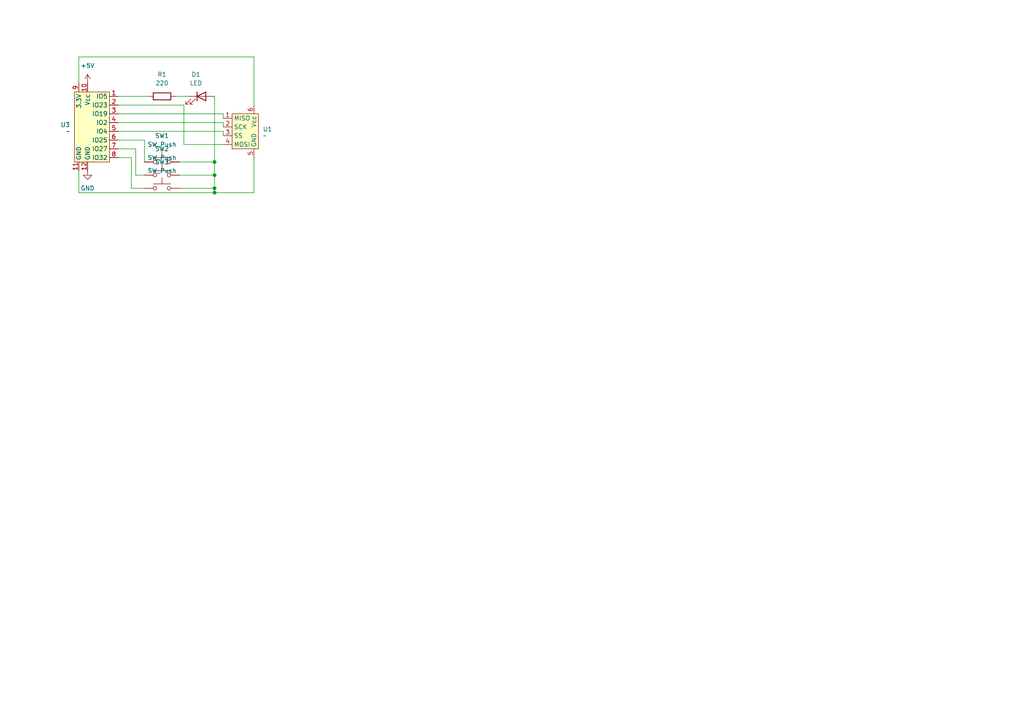
<source format=kicad_sch>
(kicad_sch
	(version 20250114)
	(generator "eeschema")
	(generator_version "9.0")
	(uuid "6bd15f3e-1bf9-46ba-98ba-12fb5f165e76")
	(paper "A4")
	(title_block
		(title "ESP32-SHIELD")
		(date "2025-06-10")
		(rev "1")
	)
	(lib_symbols
		(symbol "Device:LED"
			(pin_numbers
				(hide yes)
			)
			(pin_names
				(offset 1.016)
				(hide yes)
			)
			(exclude_from_sim no)
			(in_bom yes)
			(on_board yes)
			(property "Reference" "D"
				(at 0 2.54 0)
				(effects
					(font
						(size 1.27 1.27)
					)
				)
			)
			(property "Value" "LED"
				(at 0 -2.54 0)
				(effects
					(font
						(size 1.27 1.27)
					)
				)
			)
			(property "Footprint" ""
				(at 0 0 0)
				(effects
					(font
						(size 1.27 1.27)
					)
					(hide yes)
				)
			)
			(property "Datasheet" "~"
				(at 0 0 0)
				(effects
					(font
						(size 1.27 1.27)
					)
					(hide yes)
				)
			)
			(property "Description" "Light emitting diode"
				(at 0 0 0)
				(effects
					(font
						(size 1.27 1.27)
					)
					(hide yes)
				)
			)
			(property "Sim.Pins" "1=K 2=A"
				(at 0 0 0)
				(effects
					(font
						(size 1.27 1.27)
					)
					(hide yes)
				)
			)
			(property "ki_keywords" "LED diode"
				(at 0 0 0)
				(effects
					(font
						(size 1.27 1.27)
					)
					(hide yes)
				)
			)
			(property "ki_fp_filters" "LED* LED_SMD:* LED_THT:*"
				(at 0 0 0)
				(effects
					(font
						(size 1.27 1.27)
					)
					(hide yes)
				)
			)
			(symbol "LED_0_1"
				(polyline
					(pts
						(xy -3.048 -0.762) (xy -4.572 -2.286) (xy -3.81 -2.286) (xy -4.572 -2.286) (xy -4.572 -1.524)
					)
					(stroke
						(width 0)
						(type default)
					)
					(fill
						(type none)
					)
				)
				(polyline
					(pts
						(xy -1.778 -0.762) (xy -3.302 -2.286) (xy -2.54 -2.286) (xy -3.302 -2.286) (xy -3.302 -1.524)
					)
					(stroke
						(width 0)
						(type default)
					)
					(fill
						(type none)
					)
				)
				(polyline
					(pts
						(xy -1.27 0) (xy 1.27 0)
					)
					(stroke
						(width 0)
						(type default)
					)
					(fill
						(type none)
					)
				)
				(polyline
					(pts
						(xy -1.27 -1.27) (xy -1.27 1.27)
					)
					(stroke
						(width 0.254)
						(type default)
					)
					(fill
						(type none)
					)
				)
				(polyline
					(pts
						(xy 1.27 -1.27) (xy 1.27 1.27) (xy -1.27 0) (xy 1.27 -1.27)
					)
					(stroke
						(width 0.254)
						(type default)
					)
					(fill
						(type none)
					)
				)
			)
			(symbol "LED_1_1"
				(pin passive line
					(at -3.81 0 0)
					(length 2.54)
					(name "K"
						(effects
							(font
								(size 1.27 1.27)
							)
						)
					)
					(number "1"
						(effects
							(font
								(size 1.27 1.27)
							)
						)
					)
				)
				(pin passive line
					(at 3.81 0 180)
					(length 2.54)
					(name "A"
						(effects
							(font
								(size 1.27 1.27)
							)
						)
					)
					(number "2"
						(effects
							(font
								(size 1.27 1.27)
							)
						)
					)
				)
			)
			(embedded_fonts no)
		)
		(symbol "Device:R"
			(pin_numbers
				(hide yes)
			)
			(pin_names
				(offset 0)
			)
			(exclude_from_sim no)
			(in_bom yes)
			(on_board yes)
			(property "Reference" "R"
				(at 2.032 0 90)
				(effects
					(font
						(size 1.27 1.27)
					)
				)
			)
			(property "Value" "R"
				(at 0 0 90)
				(effects
					(font
						(size 1.27 1.27)
					)
				)
			)
			(property "Footprint" ""
				(at -1.778 0 90)
				(effects
					(font
						(size 1.27 1.27)
					)
					(hide yes)
				)
			)
			(property "Datasheet" "~"
				(at 0 0 0)
				(effects
					(font
						(size 1.27 1.27)
					)
					(hide yes)
				)
			)
			(property "Description" "Resistor"
				(at 0 0 0)
				(effects
					(font
						(size 1.27 1.27)
					)
					(hide yes)
				)
			)
			(property "ki_keywords" "R res resistor"
				(at 0 0 0)
				(effects
					(font
						(size 1.27 1.27)
					)
					(hide yes)
				)
			)
			(property "ki_fp_filters" "R_*"
				(at 0 0 0)
				(effects
					(font
						(size 1.27 1.27)
					)
					(hide yes)
				)
			)
			(symbol "R_0_1"
				(rectangle
					(start -1.016 -2.54)
					(end 1.016 2.54)
					(stroke
						(width 0.254)
						(type default)
					)
					(fill
						(type none)
					)
				)
			)
			(symbol "R_1_1"
				(pin passive line
					(at 0 3.81 270)
					(length 1.27)
					(name "~"
						(effects
							(font
								(size 1.27 1.27)
							)
						)
					)
					(number "1"
						(effects
							(font
								(size 1.27 1.27)
							)
						)
					)
				)
				(pin passive line
					(at 0 -3.81 90)
					(length 1.27)
					(name "~"
						(effects
							(font
								(size 1.27 1.27)
							)
						)
					)
					(number "2"
						(effects
							(font
								(size 1.27 1.27)
							)
						)
					)
				)
			)
			(embedded_fonts no)
		)
		(symbol "Switch:SW_Push"
			(pin_numbers
				(hide yes)
			)
			(pin_names
				(offset 1.016)
				(hide yes)
			)
			(exclude_from_sim no)
			(in_bom yes)
			(on_board yes)
			(property "Reference" "SW"
				(at 1.27 2.54 0)
				(effects
					(font
						(size 1.27 1.27)
					)
					(justify left)
				)
			)
			(property "Value" "SW_Push"
				(at 0 -1.524 0)
				(effects
					(font
						(size 1.27 1.27)
					)
				)
			)
			(property "Footprint" ""
				(at 0 5.08 0)
				(effects
					(font
						(size 1.27 1.27)
					)
					(hide yes)
				)
			)
			(property "Datasheet" "~"
				(at 0 5.08 0)
				(effects
					(font
						(size 1.27 1.27)
					)
					(hide yes)
				)
			)
			(property "Description" "Push button switch, generic, two pins"
				(at 0 0 0)
				(effects
					(font
						(size 1.27 1.27)
					)
					(hide yes)
				)
			)
			(property "ki_keywords" "switch normally-open pushbutton push-button"
				(at 0 0 0)
				(effects
					(font
						(size 1.27 1.27)
					)
					(hide yes)
				)
			)
			(symbol "SW_Push_0_1"
				(circle
					(center -2.032 0)
					(radius 0.508)
					(stroke
						(width 0)
						(type default)
					)
					(fill
						(type none)
					)
				)
				(polyline
					(pts
						(xy 0 1.27) (xy 0 3.048)
					)
					(stroke
						(width 0)
						(type default)
					)
					(fill
						(type none)
					)
				)
				(circle
					(center 2.032 0)
					(radius 0.508)
					(stroke
						(width 0)
						(type default)
					)
					(fill
						(type none)
					)
				)
				(polyline
					(pts
						(xy 2.54 1.27) (xy -2.54 1.27)
					)
					(stroke
						(width 0)
						(type default)
					)
					(fill
						(type none)
					)
				)
				(pin passive line
					(at -5.08 0 0)
					(length 2.54)
					(name "1"
						(effects
							(font
								(size 1.27 1.27)
							)
						)
					)
					(number "1"
						(effects
							(font
								(size 1.27 1.27)
							)
						)
					)
				)
				(pin passive line
					(at 5.08 0 180)
					(length 2.54)
					(name "2"
						(effects
							(font
								(size 1.27 1.27)
							)
						)
					)
					(number "2"
						(effects
							(font
								(size 1.27 1.27)
							)
						)
					)
				)
			)
			(embedded_fonts no)
		)
		(symbol "mp3_player_symbols:DFR0229"
			(exclude_from_sim no)
			(in_bom yes)
			(on_board yes)
			(property "Reference" "U"
				(at -0.762 6.096 0)
				(effects
					(font
						(size 1.27 1.27)
					)
				)
			)
			(property "Value" ""
				(at -1.27 -2.54 0)
				(effects
					(font
						(size 1.27 1.27)
					)
				)
			)
			(property "Footprint" ""
				(at -1.27 -2.54 0)
				(effects
					(font
						(size 1.27 1.27)
					)
					(hide yes)
				)
			)
			(property "Datasheet" ""
				(at -1.27 -2.54 0)
				(effects
					(font
						(size 1.27 1.27)
					)
					(hide yes)
				)
			)
			(property "Description" ""
				(at -1.27 -2.54 0)
				(effects
					(font
						(size 1.27 1.27)
					)
					(hide yes)
				)
			)
			(symbol "DFR0229_1_1"
				(rectangle
					(start -3.81 5.08)
					(end 3.81 -5.08)
					(stroke
						(width 0)
						(type solid)
					)
					(fill
						(type background)
					)
				)
				(pin bidirectional line
					(at -6.35 3.81 0)
					(length 2.54)
					(name "MISO"
						(effects
							(font
								(size 1.27 1.27)
							)
						)
					)
					(number "1"
						(effects
							(font
								(size 1.27 1.27)
							)
						)
					)
				)
				(pin bidirectional line
					(at -6.35 1.27 0)
					(length 2.54)
					(name "SCK"
						(effects
							(font
								(size 1.27 1.27)
							)
						)
					)
					(number "2"
						(effects
							(font
								(size 1.27 1.27)
							)
						)
					)
				)
				(pin bidirectional line
					(at -6.35 -1.27 0)
					(length 2.54)
					(name "SS"
						(effects
							(font
								(size 1.27 1.27)
							)
						)
					)
					(number "3"
						(effects
							(font
								(size 1.27 1.27)
							)
						)
					)
				)
				(pin bidirectional line
					(at -6.35 -3.81 0)
					(length 2.54)
					(name "MOSI"
						(effects
							(font
								(size 1.27 1.27)
							)
						)
					)
					(number "4"
						(effects
							(font
								(size 1.27 1.27)
							)
						)
					)
				)
				(pin power_in line
					(at 2.54 7.62 270)
					(length 2.54)
					(name "Vcc"
						(effects
							(font
								(size 1.27 1.27)
							)
						)
					)
					(number "6"
						(effects
							(font
								(size 1.27 1.27)
							)
						)
					)
				)
				(pin power_in line
					(at 2.54 -7.62 90)
					(length 2.54)
					(name "GND"
						(effects
							(font
								(size 1.27 1.27)
							)
						)
					)
					(number "5"
						(effects
							(font
								(size 1.27 1.27)
							)
						)
					)
				)
			)
			(embedded_fonts no)
		)
		(symbol "mp3_player_symbols:WEMOS_D1_MINI"
			(exclude_from_sim no)
			(in_bom yes)
			(on_board yes)
			(property "Reference" "U"
				(at -9.906 12.954 0)
				(effects
					(font
						(size 1.27 1.27)
					)
				)
			)
			(property "Value" ""
				(at -2.54 8.89 0)
				(effects
					(font
						(size 1.27 1.27)
					)
				)
			)
			(property "Footprint" ""
				(at -2.54 8.89 0)
				(effects
					(font
						(size 1.27 1.27)
					)
					(hide yes)
				)
			)
			(property "Datasheet" ""
				(at -2.54 8.89 0)
				(effects
					(font
						(size 1.27 1.27)
					)
					(hide yes)
				)
			)
			(property "Description" ""
				(at -2.54 8.89 0)
				(effects
					(font
						(size 1.27 1.27)
					)
					(hide yes)
				)
			)
			(symbol "WEMOS_D1_MINI_1_1"
				(rectangle
					(start -5.08 10.16)
					(end 5.08 -10.16)
					(stroke
						(width 0)
						(type solid)
					)
					(fill
						(type background)
					)
				)
				(pin power_out line
					(at -3.81 12.7 270)
					(length 2.54)
					(name "3.3V"
						(effects
							(font
								(size 1.27 1.27)
							)
						)
					)
					(number "9"
						(effects
							(font
								(size 1.27 1.27)
							)
						)
					)
				)
				(pin power_out line
					(at -3.81 -12.7 90)
					(length 2.54)
					(name "GND"
						(effects
							(font
								(size 1.27 1.27)
							)
						)
					)
					(number "11"
						(effects
							(font
								(size 1.27 1.27)
							)
						)
					)
				)
				(pin power_in line
					(at -1.27 12.7 270)
					(length 2.54)
					(name "Vcc"
						(effects
							(font
								(size 1.27 1.27)
							)
						)
					)
					(number "10"
						(effects
							(font
								(size 1.27 1.27)
							)
						)
					)
				)
				(pin power_in line
					(at -1.27 -12.7 90)
					(length 2.54)
					(name "GND"
						(effects
							(font
								(size 1.27 1.27)
							)
						)
					)
					(number "12"
						(effects
							(font
								(size 1.27 1.27)
							)
						)
					)
				)
				(pin bidirectional line
					(at 7.62 8.89 180)
					(length 2.54)
					(name "IO5"
						(effects
							(font
								(size 1.27 1.27)
							)
						)
					)
					(number "1"
						(effects
							(font
								(size 1.27 1.27)
							)
						)
					)
				)
				(pin bidirectional line
					(at 7.62 6.35 180)
					(length 2.54)
					(name "IO23"
						(effects
							(font
								(size 1.27 1.27)
							)
						)
					)
					(number "2"
						(effects
							(font
								(size 1.27 1.27)
							)
						)
					)
				)
				(pin bidirectional line
					(at 7.62 3.81 180)
					(length 2.54)
					(name "IO19"
						(effects
							(font
								(size 1.27 1.27)
							)
						)
					)
					(number "3"
						(effects
							(font
								(size 1.27 1.27)
							)
						)
					)
				)
				(pin bidirectional line
					(at 7.62 1.27 180)
					(length 2.54)
					(name "IO2"
						(effects
							(font
								(size 1.27 1.27)
							)
						)
					)
					(number "4"
						(effects
							(font
								(size 1.27 1.27)
							)
						)
					)
				)
				(pin bidirectional line
					(at 7.62 -1.27 180)
					(length 2.54)
					(name "IO4"
						(effects
							(font
								(size 1.27 1.27)
							)
						)
					)
					(number "5"
						(effects
							(font
								(size 1.27 1.27)
							)
						)
					)
				)
				(pin bidirectional line
					(at 7.62 -3.81 180)
					(length 2.54)
					(name "IO25"
						(effects
							(font
								(size 1.27 1.27)
							)
						)
					)
					(number "6"
						(effects
							(font
								(size 1.27 1.27)
							)
						)
					)
				)
				(pin bidirectional line
					(at 7.62 -6.35 180)
					(length 2.54)
					(name "IO27"
						(effects
							(font
								(size 1.27 1.27)
							)
						)
					)
					(number "7"
						(effects
							(font
								(size 1.27 1.27)
							)
						)
					)
				)
				(pin bidirectional line
					(at 7.62 -8.89 180)
					(length 2.54)
					(name "IO32"
						(effects
							(font
								(size 1.27 1.27)
							)
						)
					)
					(number "8"
						(effects
							(font
								(size 1.27 1.27)
							)
						)
					)
				)
			)
			(embedded_fonts no)
		)
		(symbol "power:+5V"
			(power)
			(pin_numbers
				(hide yes)
			)
			(pin_names
				(offset 0)
				(hide yes)
			)
			(exclude_from_sim no)
			(in_bom yes)
			(on_board yes)
			(property "Reference" "#PWR"
				(at 0 -3.81 0)
				(effects
					(font
						(size 1.27 1.27)
					)
					(hide yes)
				)
			)
			(property "Value" "+5V"
				(at 0 3.556 0)
				(effects
					(font
						(size 1.27 1.27)
					)
				)
			)
			(property "Footprint" ""
				(at 0 0 0)
				(effects
					(font
						(size 1.27 1.27)
					)
					(hide yes)
				)
			)
			(property "Datasheet" ""
				(at 0 0 0)
				(effects
					(font
						(size 1.27 1.27)
					)
					(hide yes)
				)
			)
			(property "Description" "Power symbol creates a global label with name \"+5V\""
				(at 0 0 0)
				(effects
					(font
						(size 1.27 1.27)
					)
					(hide yes)
				)
			)
			(property "ki_keywords" "global power"
				(at 0 0 0)
				(effects
					(font
						(size 1.27 1.27)
					)
					(hide yes)
				)
			)
			(symbol "+5V_0_1"
				(polyline
					(pts
						(xy -0.762 1.27) (xy 0 2.54)
					)
					(stroke
						(width 0)
						(type default)
					)
					(fill
						(type none)
					)
				)
				(polyline
					(pts
						(xy 0 2.54) (xy 0.762 1.27)
					)
					(stroke
						(width 0)
						(type default)
					)
					(fill
						(type none)
					)
				)
				(polyline
					(pts
						(xy 0 0) (xy 0 2.54)
					)
					(stroke
						(width 0)
						(type default)
					)
					(fill
						(type none)
					)
				)
			)
			(symbol "+5V_1_1"
				(pin power_in line
					(at 0 0 90)
					(length 0)
					(name "~"
						(effects
							(font
								(size 1.27 1.27)
							)
						)
					)
					(number "1"
						(effects
							(font
								(size 1.27 1.27)
							)
						)
					)
				)
			)
			(embedded_fonts no)
		)
		(symbol "power:GND"
			(power)
			(pin_numbers
				(hide yes)
			)
			(pin_names
				(offset 0)
				(hide yes)
			)
			(exclude_from_sim no)
			(in_bom yes)
			(on_board yes)
			(property "Reference" "#PWR"
				(at 0 -6.35 0)
				(effects
					(font
						(size 1.27 1.27)
					)
					(hide yes)
				)
			)
			(property "Value" "GND"
				(at 0 -3.81 0)
				(effects
					(font
						(size 1.27 1.27)
					)
				)
			)
			(property "Footprint" ""
				(at 0 0 0)
				(effects
					(font
						(size 1.27 1.27)
					)
					(hide yes)
				)
			)
			(property "Datasheet" ""
				(at 0 0 0)
				(effects
					(font
						(size 1.27 1.27)
					)
					(hide yes)
				)
			)
			(property "Description" "Power symbol creates a global label with name \"GND\" , ground"
				(at 0 0 0)
				(effects
					(font
						(size 1.27 1.27)
					)
					(hide yes)
				)
			)
			(property "ki_keywords" "global power"
				(at 0 0 0)
				(effects
					(font
						(size 1.27 1.27)
					)
					(hide yes)
				)
			)
			(symbol "GND_0_1"
				(polyline
					(pts
						(xy 0 0) (xy 0 -1.27) (xy 1.27 -1.27) (xy 0 -2.54) (xy -1.27 -1.27) (xy 0 -1.27)
					)
					(stroke
						(width 0)
						(type default)
					)
					(fill
						(type none)
					)
				)
			)
			(symbol "GND_1_1"
				(pin power_in line
					(at 0 0 270)
					(length 0)
					(name "~"
						(effects
							(font
								(size 1.27 1.27)
							)
						)
					)
					(number "1"
						(effects
							(font
								(size 1.27 1.27)
							)
						)
					)
				)
			)
			(embedded_fonts no)
		)
	)
	(junction
		(at 62.23 50.8)
		(diameter 0)
		(color 0 0 0 0)
		(uuid "70958d35-5121-478e-b3a7-71bef4c2e00b")
	)
	(junction
		(at 62.23 55.88)
		(diameter 0)
		(color 0 0 0 0)
		(uuid "9d87d469-e278-43d2-8c42-2ce2f6bc2140")
	)
	(junction
		(at 62.23 46.99)
		(diameter 0)
		(color 0 0 0 0)
		(uuid "c0691fc9-2cb4-4f43-b27e-283709dc243d")
	)
	(junction
		(at 62.23 54.61)
		(diameter 0)
		(color 0 0 0 0)
		(uuid "eb48b0cc-6510-49eb-a30d-01b11e70e9c1")
	)
	(wire
		(pts
			(xy 64.77 33.02) (xy 34.29 33.02)
		)
		(stroke
			(width 0)
			(type default)
		)
		(uuid "00e70ec6-cc13-4bcd-b15f-0bfd26c3004f")
	)
	(wire
		(pts
			(xy 64.77 41.91) (xy 53.34 41.91)
		)
		(stroke
			(width 0)
			(type default)
		)
		(uuid "00f0b13f-464d-4b93-9f7d-b453eea7dadb")
	)
	(wire
		(pts
			(xy 52.07 54.61) (xy 62.23 54.61)
		)
		(stroke
			(width 0)
			(type default)
		)
		(uuid "035ce5d6-4bdd-4b7a-b770-d41975720728")
	)
	(wire
		(pts
			(xy 73.66 55.88) (xy 62.23 55.88)
		)
		(stroke
			(width 0)
			(type default)
		)
		(uuid "126ea9dc-91be-44b6-80c8-ffecb246605c")
	)
	(wire
		(pts
			(xy 64.77 39.37) (xy 64.77 38.1)
		)
		(stroke
			(width 0)
			(type default)
		)
		(uuid "18e70919-d633-4b8f-9db1-5db003767317")
	)
	(wire
		(pts
			(xy 62.23 54.61) (xy 62.23 55.88)
		)
		(stroke
			(width 0)
			(type default)
		)
		(uuid "1f123c4c-5f96-4294-ad0a-0d1c173caf34")
	)
	(wire
		(pts
			(xy 38.1 54.61) (xy 38.1 45.72)
		)
		(stroke
			(width 0)
			(type default)
		)
		(uuid "25ceffe3-4c58-4355-a169-c66ee7550642")
	)
	(wire
		(pts
			(xy 38.1 45.72) (xy 34.29 45.72)
		)
		(stroke
			(width 0)
			(type default)
		)
		(uuid "2dd4f368-bd16-4860-b917-07e25c43f4c1")
	)
	(wire
		(pts
			(xy 39.37 50.8) (xy 41.91 50.8)
		)
		(stroke
			(width 0)
			(type default)
		)
		(uuid "34ddb049-f41d-4cc6-80f5-d854b9d02df5")
	)
	(wire
		(pts
			(xy 34.29 27.94) (xy 43.18 27.94)
		)
		(stroke
			(width 0)
			(type default)
		)
		(uuid "356afd80-1a04-48b4-9c87-a4e5e33a9d96")
	)
	(wire
		(pts
			(xy 52.07 50.8) (xy 62.23 50.8)
		)
		(stroke
			(width 0)
			(type default)
		)
		(uuid "5a1af49b-4580-42c6-be4c-13bf75b3d4e5")
	)
	(wire
		(pts
			(xy 64.77 38.1) (xy 34.29 38.1)
		)
		(stroke
			(width 0)
			(type default)
		)
		(uuid "645d1584-b0da-4970-9c38-cdbe793e2c34")
	)
	(wire
		(pts
			(xy 41.91 54.61) (xy 38.1 54.61)
		)
		(stroke
			(width 0)
			(type default)
		)
		(uuid "65f1282a-36e1-44d2-8cd7-d922feef9521")
	)
	(wire
		(pts
			(xy 52.07 46.99) (xy 62.23 46.99)
		)
		(stroke
			(width 0)
			(type default)
		)
		(uuid "670a3dd4-be45-423e-8df8-d04e461ed601")
	)
	(wire
		(pts
			(xy 39.37 43.18) (xy 39.37 50.8)
		)
		(stroke
			(width 0)
			(type default)
		)
		(uuid "68526892-f48f-4b41-8fb0-86a92853caab")
	)
	(wire
		(pts
			(xy 22.86 49.53) (xy 22.86 55.88)
		)
		(stroke
			(width 0)
			(type default)
		)
		(uuid "6e3750bc-7009-46e6-bea8-31f80d42fdce")
	)
	(wire
		(pts
			(xy 34.29 43.18) (xy 39.37 43.18)
		)
		(stroke
			(width 0)
			(type default)
		)
		(uuid "76adced2-a046-4f43-aff0-1968440bab62")
	)
	(wire
		(pts
			(xy 22.86 16.51) (xy 22.86 24.13)
		)
		(stroke
			(width 0)
			(type default)
		)
		(uuid "7bd8e630-bc52-49fd-9d4a-3f6603d0e032")
	)
	(wire
		(pts
			(xy 53.34 41.91) (xy 53.34 30.48)
		)
		(stroke
			(width 0)
			(type default)
		)
		(uuid "81c19065-ca28-418d-a873-0ac75db45ea1")
	)
	(wire
		(pts
			(xy 62.23 50.8) (xy 62.23 54.61)
		)
		(stroke
			(width 0)
			(type default)
		)
		(uuid "82f762d9-14b8-49a6-b94b-95aa4577ae1d")
	)
	(wire
		(pts
			(xy 64.77 35.56) (xy 34.29 35.56)
		)
		(stroke
			(width 0)
			(type default)
		)
		(uuid "a05eacde-920a-4ffb-bc88-1fe7b3c74462")
	)
	(wire
		(pts
			(xy 41.91 40.64) (xy 34.29 40.64)
		)
		(stroke
			(width 0)
			(type default)
		)
		(uuid "c6958eff-e480-4f5d-8b1f-facf29f94c0d")
	)
	(wire
		(pts
			(xy 64.77 36.83) (xy 64.77 35.56)
		)
		(stroke
			(width 0)
			(type default)
		)
		(uuid "cd0a6ec1-665f-4003-9e21-d3abda31dc29")
	)
	(wire
		(pts
			(xy 73.66 30.48) (xy 73.66 16.51)
		)
		(stroke
			(width 0)
			(type default)
		)
		(uuid "ce88120a-a7c6-4a06-917a-f14b91e11971")
	)
	(wire
		(pts
			(xy 64.77 34.29) (xy 64.77 33.02)
		)
		(stroke
			(width 0)
			(type default)
		)
		(uuid "d228341c-629a-47f7-bf75-5da66b2f8c49")
	)
	(wire
		(pts
			(xy 62.23 27.94) (xy 62.23 46.99)
		)
		(stroke
			(width 0)
			(type default)
		)
		(uuid "dd4ccb42-16df-445b-8a45-39fa386c2e1e")
	)
	(wire
		(pts
			(xy 53.34 30.48) (xy 34.29 30.48)
		)
		(stroke
			(width 0)
			(type default)
		)
		(uuid "eefa4273-2309-4621-b289-46d8f1070251")
	)
	(wire
		(pts
			(xy 73.66 45.72) (xy 73.66 55.88)
		)
		(stroke
			(width 0)
			(type default)
		)
		(uuid "f2d478bf-9fa7-4570-a3bc-ab652a369ab0")
	)
	(wire
		(pts
			(xy 50.8 27.94) (xy 54.61 27.94)
		)
		(stroke
			(width 0)
			(type default)
		)
		(uuid "f48a79e3-9b10-45b7-be19-603cbfface38")
	)
	(wire
		(pts
			(xy 41.91 46.99) (xy 41.91 40.64)
		)
		(stroke
			(width 0)
			(type default)
		)
		(uuid "f5df1c8d-828d-40c2-93a5-c2869952c8a3")
	)
	(wire
		(pts
			(xy 62.23 46.99) (xy 62.23 50.8)
		)
		(stroke
			(width 0)
			(type default)
		)
		(uuid "f9df051b-419b-4b93-b618-f016d35967fd")
	)
	(wire
		(pts
			(xy 73.66 16.51) (xy 22.86 16.51)
		)
		(stroke
			(width 0)
			(type default)
		)
		(uuid "fb16ed49-93b4-484f-954e-a16a51ef8861")
	)
	(wire
		(pts
			(xy 62.23 55.88) (xy 22.86 55.88)
		)
		(stroke
			(width 0)
			(type default)
		)
		(uuid "fec908cd-7415-4df0-86fa-e7b2f6b662d3")
	)
	(symbol
		(lib_id "mp3_player_symbols:DFR0229")
		(at 71.12 38.1 0)
		(unit 1)
		(exclude_from_sim no)
		(in_bom yes)
		(on_board yes)
		(dnp no)
		(fields_autoplaced yes)
		(uuid "30817423-f93c-4fa3-b859-1cd4fddb17cc")
		(property "Reference" "U1"
			(at 76.2 37.4649 0)
			(effects
				(font
					(size 1.27 1.27)
				)
				(justify left)
			)
		)
		(property "Value" "~"
			(at 76.2 39.37 0)
			(effects
				(font
					(size 1.27 1.27)
				)
				(justify left)
			)
		)
		(property "Footprint" "mp3_player_footprints:through_hole_01x06_2.54mm"
			(at 69.85 40.64 0)
			(effects
				(font
					(size 1.27 1.27)
				)
				(hide yes)
			)
		)
		(property "Datasheet" ""
			(at 69.85 40.64 0)
			(effects
				(font
					(size 1.27 1.27)
				)
				(hide yes)
			)
		)
		(property "Description" ""
			(at 69.85 40.64 0)
			(effects
				(font
					(size 1.27 1.27)
				)
				(hide yes)
			)
		)
		(pin "3"
			(uuid "4b515468-2435-462b-94b6-3de9bed20ea7")
		)
		(pin "1"
			(uuid "c3c423ee-f12d-4a1f-bc2d-d3f957884e6d")
		)
		(pin "2"
			(uuid "4eaf53b0-7cb4-48a7-b115-c5cb5d6ccf25")
		)
		(pin "4"
			(uuid "09847c9f-9a6e-4fae-a453-5b6a72d83acf")
		)
		(pin "6"
			(uuid "da470978-d1d1-4622-a2aa-af6a6729f6a2")
		)
		(pin "5"
			(uuid "555416fe-f12c-4b02-94a1-7396e3c2c84d")
		)
		(instances
			(project ""
				(path "/6bd15f3e-1bf9-46ba-98ba-12fb5f165e76"
					(reference "U1")
					(unit 1)
				)
			)
		)
	)
	(symbol
		(lib_id "Device:LED")
		(at 58.42 27.94 0)
		(unit 1)
		(exclude_from_sim no)
		(in_bom yes)
		(on_board yes)
		(dnp no)
		(fields_autoplaced yes)
		(uuid "42ad06ca-9d00-4e43-b64d-460f04e56eca")
		(property "Reference" "D1"
			(at 56.8325 21.59 0)
			(effects
				(font
					(size 1.27 1.27)
				)
			)
		)
		(property "Value" "LED"
			(at 56.8325 24.13 0)
			(effects
				(font
					(size 1.27 1.27)
				)
			)
		)
		(property "Footprint" "LED_THT:LED_D3.0mm"
			(at 58.42 27.94 0)
			(effects
				(font
					(size 1.27 1.27)
				)
				(hide yes)
			)
		)
		(property "Datasheet" "~"
			(at 58.42 27.94 0)
			(effects
				(font
					(size 1.27 1.27)
				)
				(hide yes)
			)
		)
		(property "Description" "Light emitting diode"
			(at 58.42 27.94 0)
			(effects
				(font
					(size 1.27 1.27)
				)
				(hide yes)
			)
		)
		(property "Sim.Pins" "1=K 2=A"
			(at 58.42 27.94 0)
			(effects
				(font
					(size 1.27 1.27)
				)
				(hide yes)
			)
		)
		(pin "2"
			(uuid "a85509d0-f040-4678-93c2-a92745311385")
		)
		(pin "1"
			(uuid "7aacfb6c-d960-4356-9801-e121212e5388")
		)
		(instances
			(project ""
				(path "/6bd15f3e-1bf9-46ba-98ba-12fb5f165e76"
					(reference "D1")
					(unit 1)
				)
			)
		)
	)
	(symbol
		(lib_id "mp3_player_symbols:WEMOS_D1_MINI")
		(at 26.67 36.83 0)
		(unit 1)
		(exclude_from_sim no)
		(in_bom yes)
		(on_board yes)
		(dnp no)
		(fields_autoplaced yes)
		(uuid "4a810284-59c7-4124-8972-5271f9ecd2e0")
		(property "Reference" "U3"
			(at 20.32 36.1949 0)
			(effects
				(font
					(size 1.27 1.27)
				)
				(justify right)
			)
		)
		(property "Value" "~"
			(at 20.32 38.1 0)
			(effects
				(font
					(size 1.27 1.27)
				)
				(justify right)
			)
		)
		(property "Footprint" "mp3_player_footprints:wemos_d1_mini"
			(at 24.13 27.94 0)
			(effects
				(font
					(size 1.27 1.27)
				)
				(hide yes)
			)
		)
		(property "Datasheet" ""
			(at 24.13 27.94 0)
			(effects
				(font
					(size 1.27 1.27)
				)
				(hide yes)
			)
		)
		(property "Description" ""
			(at 24.13 27.94 0)
			(effects
				(font
					(size 1.27 1.27)
				)
				(hide yes)
			)
		)
		(pin "9"
			(uuid "0cdafb54-4d7f-44ac-9b21-eba701176b49")
		)
		(pin "11"
			(uuid "5e430eef-8e43-4cfe-b461-667c4f876d10")
		)
		(pin "10"
			(uuid "5c38aa5c-6942-4007-8e7f-247866e7101f")
		)
		(pin "4"
			(uuid "aabb9a72-4709-494b-97e2-3626c6d5f6bf")
		)
		(pin "5"
			(uuid "8a0b6e1e-21bf-40e6-9898-c8a80472c1cd")
		)
		(pin "7"
			(uuid "363a5b76-09b1-4f36-9a58-2c82957287ae")
		)
		(pin "6"
			(uuid "f5c47e9f-daca-48e2-bbf1-ffa54e4fc706")
		)
		(pin "8"
			(uuid "17ced8fd-855c-47c1-a7fb-4c50344cb8b9")
		)
		(pin "1"
			(uuid "0b50ad18-7a6c-42ed-a159-9d9600e8b585")
		)
		(pin "12"
			(uuid "5b02c7ff-ecd9-41a1-a0a6-0ddf1861d4cd")
		)
		(pin "2"
			(uuid "364038de-9b0e-444e-9f04-6c78a4719a04")
		)
		(pin "3"
			(uuid "48df57c7-59d9-4eba-8f0b-0b93e1cfa7fc")
		)
		(instances
			(project ""
				(path "/6bd15f3e-1bf9-46ba-98ba-12fb5f165e76"
					(reference "U3")
					(unit 1)
				)
			)
		)
	)
	(symbol
		(lib_id "Device:R")
		(at 46.99 27.94 90)
		(unit 1)
		(exclude_from_sim no)
		(in_bom yes)
		(on_board yes)
		(dnp no)
		(fields_autoplaced yes)
		(uuid "58deafbb-045a-4459-9598-42677f749de1")
		(property "Reference" "R1"
			(at 46.99 21.59 90)
			(effects
				(font
					(size 1.27 1.27)
				)
			)
		)
		(property "Value" "220"
			(at 46.99 24.13 90)
			(effects
				(font
					(size 1.27 1.27)
				)
			)
		)
		(property "Footprint" "Resistor_THT:R_Axial_DIN0207_L6.3mm_D2.5mm_P10.16mm_Horizontal"
			(at 46.99 29.718 90)
			(effects
				(font
					(size 1.27 1.27)
				)
				(hide yes)
			)
		)
		(property "Datasheet" "~"
			(at 46.99 27.94 0)
			(effects
				(font
					(size 1.27 1.27)
				)
				(hide yes)
			)
		)
		(property "Description" "Resistor"
			(at 46.99 27.94 0)
			(effects
				(font
					(size 1.27 1.27)
				)
				(hide yes)
			)
		)
		(pin "2"
			(uuid "cbf4fce3-3fa6-4c9c-94fd-afe4e61f4fa0")
		)
		(pin "1"
			(uuid "08f9006a-1f94-4f82-979c-10c20ccc8537")
		)
		(instances
			(project ""
				(path "/6bd15f3e-1bf9-46ba-98ba-12fb5f165e76"
					(reference "R1")
					(unit 1)
				)
			)
		)
	)
	(symbol
		(lib_id "Switch:SW_Push")
		(at 46.99 54.61 0)
		(unit 1)
		(exclude_from_sim no)
		(in_bom yes)
		(on_board yes)
		(dnp no)
		(fields_autoplaced yes)
		(uuid "6aab87e6-b266-4c73-a0aa-7cf9994df2ed")
		(property "Reference" "SW3"
			(at 46.99 46.99 0)
			(effects
				(font
					(size 1.27 1.27)
				)
			)
		)
		(property "Value" "SW_Push"
			(at 46.99 49.53 0)
			(effects
				(font
					(size 1.27 1.27)
				)
			)
		)
		(property "Footprint" "BUTT-2:SW_BUTT-2"
			(at 46.99 49.53 0)
			(effects
				(font
					(size 1.27 1.27)
				)
				(hide yes)
			)
		)
		(property "Datasheet" "~"
			(at 46.99 49.53 0)
			(effects
				(font
					(size 1.27 1.27)
				)
				(hide yes)
			)
		)
		(property "Description" "Push button switch, generic, two pins"
			(at 46.99 54.61 0)
			(effects
				(font
					(size 1.27 1.27)
				)
				(hide yes)
			)
		)
		(pin "1"
			(uuid "5b531a30-fe5b-41fd-a0e9-1cca740e0847")
		)
		(pin "2"
			(uuid "11f96288-3588-422d-b881-8f0a0ac0b7ba")
		)
		(instances
			(project ""
				(path "/6bd15f3e-1bf9-46ba-98ba-12fb5f165e76"
					(reference "SW3")
					(unit 1)
				)
			)
		)
	)
	(symbol
		(lib_id "Switch:SW_Push")
		(at 46.99 50.8 0)
		(unit 1)
		(exclude_from_sim no)
		(in_bom yes)
		(on_board yes)
		(dnp no)
		(fields_autoplaced yes)
		(uuid "a386e499-ff6d-41e1-80fc-320407cf411f")
		(property "Reference" "SW2"
			(at 46.99 43.18 0)
			(effects
				(font
					(size 1.27 1.27)
				)
			)
		)
		(property "Value" "SW_Push"
			(at 46.99 45.72 0)
			(effects
				(font
					(size 1.27 1.27)
				)
			)
		)
		(property "Footprint" "BUTT-2:SW_BUTT-2"
			(at 46.99 45.72 0)
			(effects
				(font
					(size 1.27 1.27)
				)
				(hide yes)
			)
		)
		(property "Datasheet" "~"
			(at 46.99 45.72 0)
			(effects
				(font
					(size 1.27 1.27)
				)
				(hide yes)
			)
		)
		(property "Description" "Push button switch, generic, two pins"
			(at 46.99 50.8 0)
			(effects
				(font
					(size 1.27 1.27)
				)
				(hide yes)
			)
		)
		(pin "2"
			(uuid "d4b596f4-3303-415a-bee4-b78da788bbd6")
		)
		(pin "1"
			(uuid "15641ed8-2406-4420-84db-9552a52168ac")
		)
		(instances
			(project ""
				(path "/6bd15f3e-1bf9-46ba-98ba-12fb5f165e76"
					(reference "SW2")
					(unit 1)
				)
			)
		)
	)
	(symbol
		(lib_id "Switch:SW_Push")
		(at 46.99 46.99 0)
		(unit 1)
		(exclude_from_sim no)
		(in_bom yes)
		(on_board yes)
		(dnp no)
		(uuid "cc893e4b-773a-4595-8bed-e6aeb56bb8ab")
		(property "Reference" "SW1"
			(at 46.99 39.37 0)
			(effects
				(font
					(size 1.27 1.27)
				)
			)
		)
		(property "Value" "SW_Push"
			(at 46.99 41.91 0)
			(effects
				(font
					(size 1.27 1.27)
				)
			)
		)
		(property "Footprint" "BUTT-2:SW_BUTT-2"
			(at 46.99 41.91 0)
			(effects
				(font
					(size 1.27 1.27)
				)
				(hide yes)
			)
		)
		(property "Datasheet" "~"
			(at 46.99 41.91 0)
			(effects
				(font
					(size 1.27 1.27)
				)
				(hide yes)
			)
		)
		(property "Description" "Push button switch, generic, two pins"
			(at 46.99 46.99 0)
			(effects
				(font
					(size 1.27 1.27)
				)
				(hide yes)
			)
		)
		(pin "1"
			(uuid "369ad1ae-f0f5-4425-99f5-1885a1d795dd")
		)
		(pin "2"
			(uuid "0abfff49-3706-411c-9282-d73099e3591a")
		)
		(instances
			(project ""
				(path "/6bd15f3e-1bf9-46ba-98ba-12fb5f165e76"
					(reference "SW1")
					(unit 1)
				)
			)
		)
	)
	(symbol
		(lib_id "power:GND")
		(at 25.4 49.53 0)
		(unit 1)
		(exclude_from_sim no)
		(in_bom yes)
		(on_board yes)
		(dnp no)
		(fields_autoplaced yes)
		(uuid "d61eea51-3f2c-46be-a39d-431d605b40c2")
		(property "Reference" "#PWR01"
			(at 25.4 55.88 0)
			(effects
				(font
					(size 1.27 1.27)
				)
				(hide yes)
			)
		)
		(property "Value" "GND"
			(at 25.4 54.61 0)
			(effects
				(font
					(size 1.27 1.27)
				)
			)
		)
		(property "Footprint" ""
			(at 25.4 49.53 0)
			(effects
				(font
					(size 1.27 1.27)
				)
				(hide yes)
			)
		)
		(property "Datasheet" ""
			(at 25.4 49.53 0)
			(effects
				(font
					(size 1.27 1.27)
				)
				(hide yes)
			)
		)
		(property "Description" "Power symbol creates a global label with name \"GND\" , ground"
			(at 25.4 49.53 0)
			(effects
				(font
					(size 1.27 1.27)
				)
				(hide yes)
			)
		)
		(pin "1"
			(uuid "461f77c5-d5f7-4bca-b38d-93ae628ffca5")
		)
		(instances
			(project ""
				(path "/6bd15f3e-1bf9-46ba-98ba-12fb5f165e76"
					(reference "#PWR01")
					(unit 1)
				)
			)
		)
	)
	(symbol
		(lib_id "power:+5V")
		(at 25.4 24.13 0)
		(unit 1)
		(exclude_from_sim no)
		(in_bom yes)
		(on_board yes)
		(dnp no)
		(fields_autoplaced yes)
		(uuid "db9f0064-8eb6-471c-a576-88cb376c336e")
		(property "Reference" "#PWR02"
			(at 25.4 27.94 0)
			(effects
				(font
					(size 1.27 1.27)
				)
				(hide yes)
			)
		)
		(property "Value" "+5V"
			(at 25.4 19.05 0)
			(effects
				(font
					(size 1.27 1.27)
				)
			)
		)
		(property "Footprint" ""
			(at 25.4 24.13 0)
			(effects
				(font
					(size 1.27 1.27)
				)
				(hide yes)
			)
		)
		(property "Datasheet" ""
			(at 25.4 24.13 0)
			(effects
				(font
					(size 1.27 1.27)
				)
				(hide yes)
			)
		)
		(property "Description" "Power symbol creates a global label with name \"+5V\""
			(at 25.4 24.13 0)
			(effects
				(font
					(size 1.27 1.27)
				)
				(hide yes)
			)
		)
		(pin "1"
			(uuid "10890bb4-b370-4273-aed4-c19a2b768909")
		)
		(instances
			(project ""
				(path "/6bd15f3e-1bf9-46ba-98ba-12fb5f165e76"
					(reference "#PWR02")
					(unit 1)
				)
			)
		)
	)
	(sheet_instances
		(path "/"
			(page "1")
		)
	)
	(embedded_fonts no)
)

</source>
